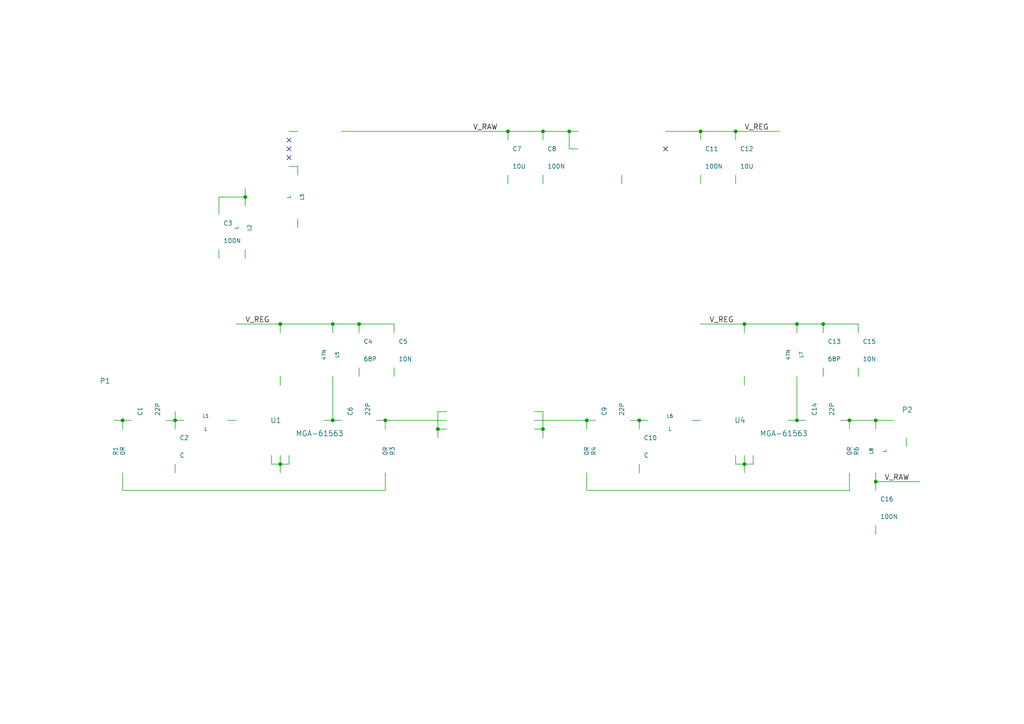
<source format=kicad_sch>
(kicad_sch (version 20230121) (generator eeschema)
  (paper "A4")
  (lib_symbols)
  (junction (at 185.42 121.92))
  (junction (at 238.76 93.98))
  (junction (at 215.9 93.98))
  (junction (at 213.36 38.1))
  (junction (at 246.38 121.92))
  (junction (at 147.32 38.1))
  (junction (at 254 139.7))
  (junction (at 104.14 93.98))
  (junction (at 254 121.92))
  (junction (at 157.48 124.46))
  (junction (at 71.12 57.15))
  (junction (at 203.2 38.1))
  (junction (at 165.1 38.1))
  (junction (at 50.8 121.92))
  (junction (at 170.18 121.92))
  (junction (at 215.9 134.62))
  (junction (at 111.76 121.92))
  (junction (at 81.28 93.98))
  (junction (at 157.48 38.1))
  (junction (at 231.14 121.92))
  (junction (at 35.56 121.92))
  (junction (at 96.52 121.92))
  (junction (at 96.52 93.98))
  (junction (at 127 124.46))
  (junction (at 81.28 134.62))
  (junction (at 231.14 93.98))
  (no_connect (at 83.82 43.18))
  (no_connect (at 193.04 43.18))
  (no_connect (at 83.82 40.64))
  (no_connect (at 83.82 45.72))
  (wire (pts (xy 111.76 142.24) (xy 111.76 137.16)))
  (wire (pts (xy 213.36 132.08) (xy 213.36 134.62)))
  (wire (pts (xy 111.76 121.92) (xy 129.54 121.92)))
  (wire (pts (xy 185.42 134.62) (xy 185.42 137.16)))
  (wire (pts (xy 81.28 96.52) (xy 81.28 93.98)))
  (wire (pts (xy 147.32 38.1) (xy 147.32 40.64)))
  (wire (pts (xy 246.38 124.46) (xy 246.38 121.92)))
  (wire (pts (xy 262.89 127) (xy 262.89 129.54)))
  (wire (pts (xy 104.14 93.98) (xy 104.14 96.52)))
  (wire (pts (xy 96.52 121.92) (xy 99.06 121.92)))
  (wire (pts (xy 129.54 124.46) (xy 127 124.46)))
  (wire (pts (xy 50.8 121.92) (xy 50.8 124.46)))
  (wire (pts (xy 147.32 38.1) (xy 157.48 38.1)))
  (wire (pts (xy 83.82 38.1) (xy 86.36 38.1)))
  (wire (pts (xy 114.3 93.98) (xy 114.3 96.52)))
  (wire (pts (xy 109.22 121.92) (xy 111.76 121.92)))
  (wire (pts (xy 203.2 93.98) (xy 215.9 93.98)))
  (wire (pts (xy 238.76 93.98) (xy 248.92 93.98)))
  (wire (pts (xy 228.6 121.92) (xy 231.14 121.92)))
  (wire (pts (xy 157.48 53.34) (xy 157.48 50.8)))
  (wire (pts (xy 254 121.92) (xy 259.08 121.92)))
  (wire (pts (xy 127 119.38) (xy 127 124.46)))
  (wire (pts (xy 50.8 119.38) (xy 50.8 121.92)))
  (wire (pts (xy 215.9 96.52) (xy 215.9 93.98)))
  (wire (pts (xy 129.54 119.38) (xy 127 119.38)))
  (wire (pts (xy 231.14 93.98) (xy 231.14 96.52)))
  (wire (pts (xy 86.36 48.26) (xy 86.36 50.8)))
  (wire (pts (xy 185.42 121.92) (xy 187.96 121.92)))
  (wire (pts (xy 167.64 43.18) (xy 165.1 43.18)))
  (wire (pts (xy 172.72 121.92) (xy 170.18 121.92)))
  (wire (pts (xy 157.48 119.38) (xy 157.48 124.46)))
  (wire (pts (xy 200.66 121.92) (xy 203.2 121.92)))
  (wire (pts (xy 83.82 134.62) (xy 83.82 132.08)))
  (wire (pts (xy 78.74 134.62) (xy 81.28 134.62)))
  (wire (pts (xy 96.52 93.98) (xy 96.52 96.52)))
  (wire (pts (xy 71.12 72.39) (xy 71.12 74.93)))
  (wire (pts (xy 81.28 111.76) (xy 81.28 109.22)))
  (wire (pts (xy 111.76 124.46) (xy 111.76 121.92)))
  (wire (pts (xy 78.74 132.08) (xy 78.74 134.62)))
  (wire (pts (xy 157.48 124.46) (xy 157.48 127)))
  (wire (pts (xy 180.34 50.8) (xy 180.34 53.34)))
  (wire (pts (xy 165.1 38.1) (xy 167.64 38.1)))
  (wire (pts (xy 99.06 38.1) (xy 147.32 38.1)))
  (wire (pts (xy 83.82 48.26) (xy 86.36 48.26)))
  (wire (pts (xy 157.48 38.1) (xy 165.1 38.1)))
  (wire (pts (xy 215.9 134.62) (xy 215.9 137.16)))
  (wire (pts (xy 215.9 93.98) (xy 231.14 93.98)))
  (wire (pts (xy 215.9 134.62) (xy 218.44 134.62)))
  (wire (pts (xy 238.76 93.98) (xy 238.76 96.52)))
  (wire (pts (xy 254 124.46) (xy 254 121.92)))
  (wire (pts (xy 193.04 38.1) (xy 203.2 38.1)))
  (wire (pts (xy 147.32 53.34) (xy 147.32 50.8)))
  (wire (pts (xy 63.5 57.15) (xy 63.5 62.23)))
  (wire (pts (xy 170.18 137.16) (xy 170.18 142.24)))
  (wire (pts (xy 254 139.7) (xy 254 142.24)))
  (wire (pts (xy 165.1 38.1) (xy 165.1 43.18)))
  (wire (pts (xy 157.48 38.1) (xy 157.48 40.64)))
  (wire (pts (xy 218.44 134.62) (xy 218.44 132.08)))
  (wire (pts (xy 96.52 109.22) (xy 96.52 121.92)))
  (wire (pts (xy 35.56 121.92) (xy 38.1 121.92)))
  (wire (pts (xy 71.12 57.15) (xy 63.5 57.15)))
  (wire (pts (xy 68.58 93.98) (xy 81.28 93.98)))
  (wire (pts (xy 81.28 132.08) (xy 81.28 134.62)))
  (wire (pts (xy 93.98 121.92) (xy 96.52 121.92)))
  (wire (pts (xy 48.26 121.92) (xy 50.8 121.92)))
  (wire (pts (xy 81.28 134.62) (xy 81.28 137.16)))
  (wire (pts (xy 243.84 121.92) (xy 246.38 121.92)))
  (wire (pts (xy 33.02 121.92) (xy 35.56 121.92)))
  (wire (pts (xy 170.18 124.46) (xy 170.18 121.92)))
  (wire (pts (xy 248.92 106.68) (xy 248.92 109.22)))
  (wire (pts (xy 231.14 121.92) (xy 231.14 109.22)))
  (wire (pts (xy 50.8 121.92) (xy 53.34 121.92)))
  (wire (pts (xy 63.5 72.39) (xy 63.5 74.93)))
  (wire (pts (xy 248.92 93.98) (xy 248.92 96.52)))
  (wire (pts (xy 215.9 109.22) (xy 215.9 111.76)))
  (wire (pts (xy 35.56 142.24) (xy 111.76 142.24)))
  (wire (pts (xy 203.2 38.1) (xy 213.36 38.1)))
  (wire (pts (xy 254 154.94) (xy 254 152.4)))
  (wire (pts (xy 213.36 38.1) (xy 213.36 40.64)))
  (wire (pts (xy 213.36 38.1) (xy 226.06 38.1)))
  (wire (pts (xy 238.76 106.68) (xy 238.76 109.22)))
  (wire (pts (xy 86.36 63.5) (xy 86.36 66.04)))
  (wire (pts (xy 246.38 142.24) (xy 246.38 137.16)))
  (wire (pts (xy 213.36 53.34) (xy 213.36 50.8)))
  (wire (pts (xy 213.36 134.62) (xy 215.9 134.62)))
  (wire (pts (xy 50.8 134.62) (xy 50.8 137.16)))
  (wire (pts (xy 96.52 93.98) (xy 104.14 93.98)))
  (wire (pts (xy 66.04 121.92) (xy 68.58 121.92)))
  (wire (pts (xy 154.94 119.38) (xy 157.48 119.38)))
  (wire (pts (xy 104.14 109.22) (xy 104.14 106.68)))
  (wire (pts (xy 81.28 134.62) (xy 83.82 134.62)))
  (wire (pts (xy 182.88 121.92) (xy 185.42 121.92)))
  (wire (pts (xy 154.94 124.46) (xy 157.48 124.46)))
  (wire (pts (xy 254 139.7) (xy 266.7 139.7)))
  (wire (pts (xy 203.2 53.34) (xy 203.2 50.8)))
  (wire (pts (xy 114.3 109.22) (xy 114.3 106.68)))
  (wire (pts (xy 185.42 124.46) (xy 185.42 121.92)))
  (wire (pts (xy 104.14 93.98) (xy 114.3 93.98)))
  (wire (pts (xy 203.2 38.1) (xy 203.2 40.64)))
  (wire (pts (xy 127 124.46) (xy 127 127)))
  (wire (pts (xy 81.28 93.98) (xy 96.52 93.98)))
  (wire (pts (xy 170.18 121.92) (xy 154.94 121.92)))
  (wire (pts (xy 231.14 121.92) (xy 233.68 121.92)))
  (wire (pts (xy 35.56 121.92) (xy 35.56 124.46)))
  (wire (pts (xy 246.38 121.92) (xy 254 121.92)))
  (wire (pts (xy 254 137.16) (xy 254 139.7)))
  (wire (pts (xy 215.9 132.08) (xy 215.9 134.62)))
  (wire (pts (xy 71.12 54.61) (xy 71.12 57.15)))
  (wire (pts (xy 170.18 142.24) (xy 246.38 142.24)))
  (wire (pts (xy 231.14 93.98) (xy 238.76 93.98)))
  (wire (pts (xy 71.12 57.15) (xy 71.12 59.69)))
  (wire (pts (xy 35.56 137.16) (xy 35.56 142.24)))
  (label "V_RAW" (at 137.16 38.1 0) (effects (font (size 1.524 1.524))))
  (label "V_REG" (at 205.74 93.98 0) (effects (font (size 1.524 1.524))))
  (label "V_REG" (at 215.9 38.1 0) (effects (font (size 1.524 1.524))))
  (label "V_REG" (at 71.12 93.98 0) (effects (font (size 1.524 1.524))))
  (label "V_RAW" (at 256.54 139.7 0) (effects (font (size 1.524 1.524))))
  (symbol (lib_id "ANT") (at 30.48 121.92 0) (unit 1)
    (property "Reference" "P1" (at 30.48 110.49 0) (effects (font (size 1.524 1.524))))
    (property "Value" "ANT" (effects hide))
    (property "Footprint" "antenna:TAOGLAS_IP.1621.25.4.A.02" (effects hide))
    (property "Datasheet" "http://www.taoglas.com/wp-content/uploads/2015/06/IP.1621.25.4.A.02.pdf" (effects hide))
    (property "Mfr" "Taoglas" (effects hide))
    (property "Part" "IP.1621.25.4.A.02" (effects hide))
  )
  (symbol (lib_id "AVAGO_MGA-62563") (at 81.28 121.92 0) (unit 1)
    (property "Reference" "U1" (at 80.01 121.92 0) (effects (font (size 1.524 1.524))))
    (property "Value" "MGA-61563" (at 92.71 125.73 0) (effects (font (size 1.524 1.524))))
    (property "Footprint" "ipc_sot:IPC_SOT65P210X110-6N" (effects hide))
    (property "Datasheet" "http://docs.avagotech.com/docs/AV02-1471EN" (effects hide))
  )
  (symbol (lib_id "C") (at 50.8 129.54 0) (unit 1)
    (property "Reference" "C2" (at 52.07 127 0) (effects (justify left)))
    (property "Value" "C" (at 52.07 132.08 0) (effects (justify left)))
    (property "Footprint" "ipc_capc:IPC_CAPC1005X55N" (effects hide))
  )
  (symbol (lib_id "C") (at 43.18 121.92 90) (unit 1)
    (property "Reference" "C1" (at 40.64 120.65 0) (effects (justify left)))
    (property "Value" "22P" (at 45.72 120.65 0) (effects (justify left)))
    (property "Footprint" "ipc_capc:IPC_CAPC1005X55N" (effects hide))
    (property "Mfr" "Murata" (effects hide))
    (property "Part" "GRM1555C1H220JA01" (effects hide))
  )
  (symbol (lib_id "C") (at 104.14 121.92 90) (unit 1)
    (property "Reference" "C6" (at 101.6 120.65 0) (effects (justify left)))
    (property "Value" "22P" (at 106.68 120.65 0) (effects (justify left)))
    (property "Footprint" "ipc_capc:IPC_CAPC1005X55N" (effects hide))
    (property "Mfr" "Murata" (effects hide))
    (property "Part" "GRM1555C1H220JA01" (effects hide))
  )
  (symbol (lib_id "C") (at 104.14 101.6 0) (unit 1)
    (property "Reference" "C4" (at 105.41 99.06 0) (effects (justify left)))
    (property "Value" "68P" (at 105.41 104.14 0) (effects (justify left)))
    (property "Footprint" "ipc_capc:IPC_CAPC1005X55N" (effects hide))
  )
  (symbol (lib_id "C") (at 114.3 101.6 0) (unit 1)
    (property "Reference" "C5" (at 115.57 99.06 0) (effects (justify left)))
    (property "Value" "10N" (at 115.57 104.14 0) (effects (justify left)))
    (property "Footprint" "ipc_capc:IPC_CAPC1005X55N" (effects hide))
  )
  (symbol (lib_id "L") (at 59.69 121.92 270) (unit 1)
    (property "Reference" "L1" (at 59.69 120.65 90) (effects (font (size 1.016 1.016))))
    (property "Value" "L" (at 59.69 124.46 90) (effects (font (size 1.016 1.016))))
    (property "Footprint" "ipc_indc:IPC_INDC1005X60N" (effects hide))
  )
  (symbol (lib_id "L") (at 96.52 102.87 180) (unit 1)
    (property "Reference" "L5" (at 97.79 102.87 90) (effects (font (size 1.016 1.016))))
    (property "Value" "47N" (at 93.98 102.87 90) (effects (font (size 1.016 1.016))))
    (property "Footprint" "ipc_indc:IPC_INDC1608X95N" (effects hide))
  )
  (symbol (lib_id "R") (at 81.28 102.87 0) (unit 1)
    (property "Reference" "R2" (at 83.312 102.87 90))
    (property "Value" "620R" (at 81.28 102.87 90))
    (property "Footprint" "ipc_resc:IPC_RESC1608X55N" (effects hide))
  )
  (symbol (lib_id "GND") (at 81.28 137.16 0) (unit 1)
    (property "Reference" "#PWR01" (effects hide))
    (property "Value" "GND" (effects hide))
  )
  (symbol (lib_id "GND") (at 104.14 109.22 0) (unit 1)
    (property "Reference" "#PWR02" (effects hide))
    (property "Value" "GND" (effects hide))
  )
  (symbol (lib_id "GND") (at 114.3 109.22 0) (unit 1)
    (property "Reference" "#PWR03" (effects hide))
    (property "Value" "GND" (effects hide))
  )
  (symbol (lib_id "GND") (at 50.8 137.16 0) (unit 1)
    (property "Reference" "#PWR04" (effects hide))
    (property "Value" "GND" (effects hide))
  )
  (symbol (lib_id "CONN_COAX") (at 262.89 121.92 0) (unit 1)
    (property "Reference" "P2" (at 263.144 118.872 0) (effects (font (size 1.524 1.524))))
    (property "Value" "CONN_COAX" (effects hide))
    (property "Footprint" "rf_sma:MOLEX_0732511350" (effects hide))
    (property "Datasheet" "http://www.molex.com/pdm_docs/sd/732511352_sd.pdf" (effects hide))
    (property "Mfr" "Molex" (effects hide))
    (property "Part" "0732511350" (effects hide))
  )
  (symbol (lib_id "C") (at 238.76 121.92 90) (unit 1)
    (property "Reference" "C14" (at 236.22 120.65 0) (effects (justify left)))
    (property "Value" "22P" (at 241.3 120.65 0) (effects (justify left)))
    (property "Footprint" "ipc_capc:IPC_CAPC1005X55N" (effects hide))
    (property "Mfr" "Murata" (effects hide))
    (property "Part" "GRM1555C1H220JA01" (effects hide))
  )
  (symbol (lib_id "AVAGO_MGA-62563") (at 215.9 121.92 0) (unit 1)
    (property "Reference" "U4" (at 214.63 121.92 0) (effects (font (size 1.524 1.524))))
    (property "Value" "MGA-61563" (at 227.33 125.73 0) (effects (font (size 1.524 1.524))))
    (property "Footprint" "ipc_sot:IPC_SOT65P210X110-6N" (effects hide))
    (property "Datasheet" "http://docs.avagotech.com/docs/AV02-1471EN" (effects hide))
  )
  (symbol (lib_id "R") (at 215.9 102.87 0) (unit 1)
    (property "Reference" "R5" (at 217.932 102.87 90))
    (property "Value" "620R" (at 215.9 102.87 90))
    (property "Footprint" "ipc_resc:IPC_RESC1608X55N" (effects hide))
  )
  (symbol (lib_id "L") (at 231.14 102.87 180) (unit 1)
    (property "Reference" "L7" (at 232.41 102.87 90) (effects (font (size 1.016 1.016))))
    (property "Value" "47N" (at 228.6 102.87 90) (effects (font (size 1.016 1.016))))
    (property "Footprint" "ipc_indc:IPC_INDC1608X95N" (effects hide))
  )
  (symbol (lib_id "C") (at 238.76 101.6 0) (unit 1)
    (property "Reference" "C13" (at 240.03 99.06 0) (effects (justify left)))
    (property "Value" "68P" (at 240.03 104.14 0) (effects (justify left)))
    (property "Footprint" "ipc_capc:IPC_CAPC1005X55N" (effects hide))
  )
  (symbol (lib_id "C") (at 248.92 101.6 0) (unit 1)
    (property "Reference" "C15" (at 250.19 99.06 0) (effects (justify left)))
    (property "Value" "10N" (at 250.19 104.14 0) (effects (justify left)))
    (property "Footprint" "ipc_capc:IPC_CAPC1005X55N" (effects hide))
  )
  (symbol (lib_id "GND") (at 238.76 109.22 0) (unit 1)
    (property "Reference" "#PWR05" (effects hide))
    (property "Value" "GND" (effects hide))
  )
  (symbol (lib_id "GND") (at 248.92 109.22 0) (unit 1)
    (property "Reference" "#PWR06" (effects hide))
    (property "Value" "GND" (effects hide))
  )
  (symbol (lib_id "GND") (at 215.9 137.16 0) (unit 1)
    (property "Reference" "#PWR07" (effects hide))
    (property "Value" "GND" (effects hide))
  )
  (symbol (lib_id "L") (at 194.31 121.92 270) (unit 1)
    (property "Reference" "L6" (at 194.31 120.65 90) (effects (font (size 1.016 1.016))))
    (property "Value" "L" (at 194.31 124.46 90) (effects (font (size 1.016 1.016))))
    (property "Footprint" "ipc_indc:IPC_INDC1005X60N" (effects hide))
  )
  (symbol (lib_id "C") (at 185.42 129.54 0) (unit 1)
    (property "Reference" "C10" (at 186.69 127 0) (effects (justify left)))
    (property "Value" "C" (at 186.69 132.08 0) (effects (justify left)))
    (property "Footprint" "ipc_capc:IPC_CAPC1005X55N" (effects hide))
  )
  (symbol (lib_id "GND") (at 185.42 137.16 0) (unit 1)
    (property "Reference" "#PWR08" (effects hide))
    (property "Value" "GND" (effects hide))
  )
  (symbol (lib_id "GND") (at 262.89 129.54 0) (unit 1)
    (property "Reference" "#PWR09" (effects hide))
    (property "Value" "GND" (effects hide))
  )
  (symbol (lib_id "EPCOS_DCC6C") (at 142.24 121.92 0) (unit 1)
    (property "Reference" "U2" (at 142.24 115.57 0) (effects (font (size 1.524 1.524))))
    (property "Value" "EPCOS_DCC6C" (effects hide))
    (property "Footprint" "epcos:EPCOS_DCC6C" (effects hide))
    (property "Datasheet" "http://wireless.murata.com/RFM/data/sf2250e.pdf" (effects hide))
    (property "Mfr" "Murata" (effects hide))
    (property "Part" "SF2250E" (effects hide))
  )
  (symbol (lib_id "C") (at 177.8 121.92 90) (unit 1)
    (property "Reference" "C9" (at 175.26 120.65 0) (effects (justify left)))
    (property "Value" "22P" (at 180.34 120.65 0) (effects (justify left)))
    (property "Footprint" "ipc_capc:IPC_CAPC1005X55N" (effects hide))
    (property "Mfr" "Murata" (effects hide))
    (property "Part" "GRM1555C1H220JA01" (effects hide))
  )
  (symbol (lib_id "GND") (at 157.48 127 0) (unit 1)
    (property "Reference" "#PWR010" (effects hide))
    (property "Value" "GND" (effects hide))
  )
  (symbol (lib_id "GND") (at 127 127 0) (unit 1)
    (property "Reference" "#PWR011" (effects hide))
    (property "Value" "GND" (effects hide))
  )
  (symbol (lib_id "ADP151_TSOT") (at 180.34 40.64 0) (unit 1)
    (property "Reference" "U3" (at 180.34 34.29 0) (effects (font (size 1.524 1.524))))
    (property "Value" "ADP151_TSOT" (at 189.23 46.99 0) (effects (font (size 1.524 1.524))))
    (property "Footprint" "ipc_sot:IPC_SOT95P280X110-5N" (effects hide))
    (property "Mfr" "Analog Devices" (effects hide))
    (property "Part" "ADP151AUJZ-3.0-R7" (effects hide))
  )
  (symbol (lib_id "C") (at 157.48 45.72 0) (unit 1)
    (property "Reference" "C8" (at 158.75 43.18 0) (effects (justify left)))
    (property "Value" "100N" (at 158.75 48.26 0) (effects (justify left)))
    (property "Footprint" "ipc_capc:IPC_CAPC1608X95N" (effects hide))
  )
  (symbol (lib_id "GND") (at 180.34 53.34 0) (unit 1)
    (property "Reference" "#PWR012" (effects hide))
    (property "Value" "GND" (effects hide))
  )
  (symbol (lib_id "C") (at 147.32 45.72 0) (unit 1)
    (property "Reference" "C7" (at 148.59 43.18 0) (effects (justify left)))
    (property "Value" "10U" (at 148.59 48.26 0) (effects (justify left)))
    (property "Footprint" "ipc_capc:IPC_CAPC2012X140N" (effects hide))
  )
  (symbol (lib_id "GND") (at 157.48 53.34 0) (unit 1)
    (property "Reference" "#PWR013" (effects hide))
    (property "Value" "GND" (effects hide))
  )
  (symbol (lib_id "GND") (at 147.32 53.34 0) (unit 1)
    (property "Reference" "#PWR014" (effects hide))
    (property "Value" "GND" (effects hide))
  )
  (symbol (lib_id "C") (at 203.2 45.72 0) (unit 1)
    (property "Reference" "C11" (at 204.47 43.18 0) (effects (justify left)))
    (property "Value" "100N" (at 204.47 48.26 0) (effects (justify left)))
    (property "Footprint" "ipc_capc:IPC_CAPC1608X95N" (effects hide))
  )
  (symbol (lib_id "C") (at 213.36 45.72 0) (unit 1)
    (property "Reference" "C12" (at 214.63 43.18 0) (effects (justify left)))
    (property "Value" "10U" (at 214.63 48.26 0) (effects (justify left)))
    (property "Footprint" "ipc_capc:IPC_CAPC2012X140N" (effects hide))
  )
  (symbol (lib_id "GND") (at 203.2 53.34 0) (unit 1)
    (property "Reference" "#PWR015" (effects hide))
    (property "Value" "GND" (effects hide))
  )
  (symbol (lib_id "GND") (at 213.36 53.34 0) (unit 1)
    (property "Reference" "#PWR016" (effects hide))
    (property "Value" "GND" (effects hide))
  )
  (symbol (lib_id "C") (at 254 147.32 0) (unit 1)
    (property "Reference" "C16" (at 255.27 144.78 0) (effects (justify left)))
    (property "Value" "100N" (at 255.27 149.86 0) (effects (justify left)))
    (property "Footprint" "ipc_capc:IPC_CAPC1608X95N" (effects hide))
  )
  (symbol (lib_id "GSG-USB-MICRO-B-SHIELDED") (at 77.47 43.18 0) (mirror y) (unit 1)
    (property "Reference" "J1" (at 73.66 35.56 0) (effects (font (size 1.524 1.524))))
    (property "Value" "GSG-USB-MICRO-B-SHIELDED" (effects hide))
    (property "Footprint" "hackrf:GSG-USB-MICROB-FCI-10103592" (effects hide))
  )
  (symbol (lib_id "L") (at 92.71 38.1 270) (unit 1)
    (property "Reference" "L4" (at 92.71 36.83 90) (effects (font (size 1.016 1.016))))
    (property "Value" "L" (at 92.71 40.64 90) (effects (font (size 1.016 1.016))))
    (property "Footprint" "ipc_indc:IPC_INDC1608X95N" (effects hide))
  )
  (symbol (lib_id "L") (at 71.12 66.04 180) (unit 1)
    (property "Reference" "L2" (at 72.39 66.04 90) (effects (font (size 1.016 1.016))))
    (property "Value" "L" (at 68.58 66.04 90) (effects (font (size 1.016 1.016))))
    (property "Footprint" "ipc_indc:IPC_INDC1608X95N" (effects hide))
  )
  (symbol (lib_id "L") (at 86.36 57.15 180) (unit 1)
    (property "Reference" "L3" (at 87.63 57.15 90) (effects (font (size 1.016 1.016))))
    (property "Value" "L" (at 83.82 57.15 90) (effects (font (size 1.016 1.016))))
    (property "Footprint" "ipc_indc:IPC_INDC1608X95N" (effects hide))
  )
  (symbol (lib_id "C") (at 63.5 67.31 0) (unit 1)
    (property "Reference" "C3" (at 64.77 64.77 0) (effects (justify left)))
    (property "Value" "100N" (at 64.77 69.85 0) (effects (justify left)))
    (property "Footprint" "ipc_capc:IPC_CAPC2012X140N" (effects hide))
  )
  (symbol (lib_id "GND") (at 86.36 66.04 0) (unit 1)
    (property "Reference" "#PWR017" (effects hide))
    (property "Value" "GND" (effects hide))
  )
  (symbol (lib_id "GND") (at 63.5 74.93 0) (unit 1)
    (property "Reference" "#PWR019" (effects hide))
    (property "Value" "GND" (effects hide))
  )
  (symbol (lib_id "GND") (at 71.12 74.93 0) (unit 1)
    (property "Reference" "#PWR018" (effects hide))
    (property "Value" "GND" (effects hide))
  )
  (symbol (lib_id "R") (at 35.56 130.81 180) (unit 1)
    (property "Reference" "R1" (at 33.528 130.81 90))
    (property "Value" "0R" (at 35.56 130.81 90))
    (property "Footprint" "ipc_resc:IPC_RESC1005X40N" (effects hide))
  )
  (symbol (lib_id "R") (at 111.76 130.81 0) (unit 1)
    (property "Reference" "R3" (at 113.792 130.81 90))
    (property "Value" "0R" (at 111.76 130.81 90))
    (property "Footprint" "ipc_resc:IPC_RESC1005X40N" (effects hide))
  )
  (symbol (lib_id "L") (at 254 130.81 0) (unit 1)
    (property "Reference" "L8" (at 252.73 130.81 90) (effects (font (size 1.016 1.016))))
    (property "Value" "L" (at 256.54 130.81 90) (effects (font (size 1.016 1.016))))
    (property "Footprint" "ipc_indc:IPC_INDC1608X95N" (effects hide))
  )
  (symbol (lib_id "R") (at 170.18 130.81 0) (unit 1)
    (property "Reference" "R4" (at 172.212 130.81 90))
    (property "Value" "0R" (at 170.18 130.81 90))
    (property "Footprint" "ipc_resc:IPC_RESC1005X40N" (effects hide))
  )
  (symbol (lib_id "R") (at 246.38 130.81 0) (unit 1)
    (property "Reference" "R6" (at 248.412 130.81 90))
    (property "Value" "0R" (at 246.38 130.81 90))
    (property "Footprint" "ipc_resc:IPC_RESC1005X40N" (effects hide))
  )
  (symbol (lib_id "GND") (at 254 154.94 0) (unit 1)
    (property "Reference" "#PWR020" (effects hide))
    (property "Value" "GND" (effects hide))
  )
)
</source>
